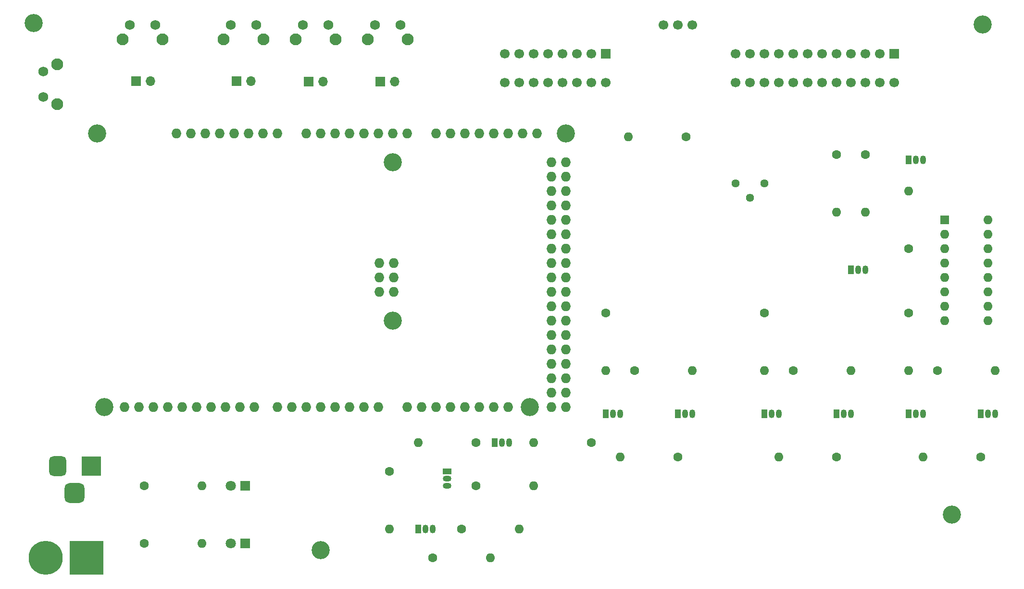
<source format=gbr>
%TF.GenerationSoftware,KiCad,Pcbnew,(6.0.1)*%
%TF.CreationDate,2022-11-01T11:59:45+11:00*%
%TF.ProjectId,IS250 Interface Board,49533235-3020-4496-9e74-657266616365,rev?*%
%TF.SameCoordinates,Original*%
%TF.FileFunction,Soldermask,Bot*%
%TF.FilePolarity,Negative*%
%FSLAX46Y46*%
G04 Gerber Fmt 4.6, Leading zero omitted, Abs format (unit mm)*
G04 Created by KiCad (PCBNEW (6.0.1)) date 2022-11-01 11:59:45*
%MOMM*%
%LPD*%
G01*
G04 APERTURE LIST*
G04 Aperture macros list*
%AMRoundRect*
0 Rectangle with rounded corners*
0 $1 Rounding radius*
0 $2 $3 $4 $5 $6 $7 $8 $9 X,Y pos of 4 corners*
0 Add a 4 corners polygon primitive as box body*
4,1,4,$2,$3,$4,$5,$6,$7,$8,$9,$2,$3,0*
0 Add four circle primitives for the rounded corners*
1,1,$1+$1,$2,$3*
1,1,$1+$1,$4,$5*
1,1,$1+$1,$6,$7*
1,1,$1+$1,$8,$9*
0 Add four rect primitives between the rounded corners*
20,1,$1+$1,$2,$3,$4,$5,0*
20,1,$1+$1,$4,$5,$6,$7,0*
20,1,$1+$1,$6,$7,$8,$9,0*
20,1,$1+$1,$8,$9,$2,$3,0*%
G04 Aperture macros list end*
%ADD10C,3.200000*%
%ADD11R,1.050000X1.500000*%
%ADD12O,1.050000X1.500000*%
%ADD13C,1.600000*%
%ADD14O,1.600000X1.600000*%
%ADD15C,1.440000*%
%ADD16C,6.000000*%
%ADD17R,6.000000X6.000000*%
%ADD18R,1.700000X1.700000*%
%ADD19C,1.700000*%
%ADD20C,2.100000*%
%ADD21C,1.750000*%
%ADD22O,1.700000X1.700000*%
%ADD23R,1.500000X1.050000*%
%ADD24O,1.500000X1.050000*%
%ADD25R,1.800000X1.800000*%
%ADD26C,1.800000*%
%ADD27R,3.500000X3.500000*%
%ADD28RoundRect,0.750000X-0.750000X-1.000000X0.750000X-1.000000X0.750000X1.000000X-0.750000X1.000000X0*%
%ADD29RoundRect,0.875000X-0.875000X-0.875000X0.875000X-0.875000X0.875000X0.875000X-0.875000X0.875000X0*%
%ADD30R,1.600000X1.600000*%
%ADD31O,1.727200X1.727200*%
G04 APERTURE END LIST*
D10*
%TO.C,REF\u002A\u002A*%
X69430000Y-45320000D03*
%TD*%
D11*
%TO.C,Q3*%
X137160000Y-134620000D03*
D12*
X138430000Y-134620000D03*
X139700000Y-134620000D03*
%TD*%
D10*
%TO.C,REF\u002A\u002A*%
X120010000Y-138280000D03*
%TD*%
D13*
%TO.C,R3*%
X132080000Y-124460000D03*
D14*
X132080000Y-134620000D03*
%TD*%
D11*
%TO.C,Q9*%
X182880000Y-114300000D03*
D12*
X184150000Y-114300000D03*
X185420000Y-114300000D03*
%TD*%
D15*
%TO.C,RV1*%
X193040000Y-73660000D03*
X195580000Y-76200000D03*
X198120000Y-73660000D03*
%TD*%
D13*
%TO.C,R16*%
X198120000Y-96520000D03*
D14*
X198120000Y-106680000D03*
%TD*%
D13*
%TO.C,R1*%
X223520000Y-96520000D03*
D14*
X223520000Y-106680000D03*
%TD*%
D13*
%TO.C,R6*%
X147320000Y-127000000D03*
D14*
X157480000Y-127000000D03*
%TD*%
D16*
%TO.C,J4*%
X71540000Y-139700000D03*
D17*
X78740000Y-139700000D03*
%TD*%
D13*
%TO.C,R8*%
X147320000Y-119380000D03*
D14*
X137160000Y-119380000D03*
%TD*%
D18*
%TO.C,J2*%
X170180000Y-50800000D03*
D19*
X167640000Y-50800000D03*
X165100000Y-50800000D03*
X162560000Y-50800000D03*
X160020000Y-50800000D03*
X157480000Y-50800000D03*
X154940000Y-50800000D03*
X152400000Y-50800000D03*
X170180000Y-55880000D03*
X167640000Y-55880000D03*
X165100000Y-55880000D03*
X162560000Y-55880000D03*
X160020000Y-55880000D03*
X157480000Y-55880000D03*
X154940000Y-55880000D03*
X152400000Y-55880000D03*
%TD*%
D11*
%TO.C,Q11*%
X210820000Y-114300000D03*
D12*
X212090000Y-114300000D03*
X213360000Y-114300000D03*
%TD*%
D20*
%TO.C,SW2*%
X92120000Y-48210000D03*
X85110000Y-48210000D03*
D21*
X86360000Y-45720000D03*
X90860000Y-45720000D03*
%TD*%
D13*
%TO.C,R14*%
X175260000Y-106680000D03*
D14*
X185420000Y-106680000D03*
%TD*%
D18*
%TO.C,J8*%
X130512000Y-55646600D03*
D22*
X133052000Y-55646600D03*
%TD*%
D18*
%TO.C,J5*%
X87494500Y-55588900D03*
D22*
X90034500Y-55588900D03*
%TD*%
D11*
%TO.C,Q5*%
X150680000Y-119380000D03*
D12*
X151950000Y-119380000D03*
X153220000Y-119380000D03*
%TD*%
D23*
%TO.C,Q4*%
X142240000Y-124460000D03*
D24*
X142240000Y-125730000D03*
X142240000Y-127000000D03*
%TD*%
D11*
%TO.C,Q10*%
X198120000Y-114300000D03*
D12*
X199390000Y-114300000D03*
X200660000Y-114300000D03*
%TD*%
D13*
%TO.C,R18*%
X210820000Y-121920000D03*
D14*
X200660000Y-121920000D03*
%TD*%
D13*
%TO.C,R9*%
X215900000Y-68580000D03*
D14*
X215900000Y-78740000D03*
%TD*%
D13*
%TO.C,R7*%
X167640000Y-119380000D03*
D14*
X157480000Y-119380000D03*
%TD*%
%TO.C,R19*%
X174160000Y-65395000D03*
D13*
X184320000Y-65395000D03*
%TD*%
D20*
%TO.C,SW6*%
X73610000Y-52660000D03*
X73610000Y-59670000D03*
D21*
X71120000Y-58420000D03*
X71120000Y-53920000D03*
%TD*%
D13*
%TO.C,R11*%
X236220000Y-121920000D03*
D14*
X226060000Y-121920000D03*
%TD*%
D13*
%TO.C,R15*%
X182880000Y-121920000D03*
D14*
X172720000Y-121920000D03*
%TD*%
D20*
%TO.C,SW5*%
X135300000Y-48210000D03*
X128290000Y-48210000D03*
D21*
X129540000Y-45720000D03*
X134040000Y-45720000D03*
%TD*%
D13*
%TO.C,R2*%
X228600000Y-106680000D03*
D14*
X238760000Y-106680000D03*
%TD*%
D13*
%TO.C,R20*%
X88900000Y-127000000D03*
D14*
X99060000Y-127000000D03*
%TD*%
D25*
%TO.C,D2*%
X106680000Y-137160000D03*
D26*
X104140000Y-137160000D03*
%TD*%
D19*
%TO.C,SW1*%
X180340000Y-45720000D03*
X182880000Y-45720000D03*
X185420000Y-45720000D03*
%TD*%
D27*
%TO.C,J3*%
X79660000Y-123502500D03*
D28*
X73660000Y-123502500D03*
D29*
X76660000Y-128202500D03*
%TD*%
D10*
%TO.C,REF\u002A\u002A*%
X231140000Y-132080000D03*
%TD*%
D13*
%TO.C,R4*%
X139700000Y-139700000D03*
D14*
X149860000Y-139700000D03*
%TD*%
D25*
%TO.C,D1*%
X106680000Y-127000000D03*
D26*
X104140000Y-127000000D03*
%TD*%
D13*
%TO.C,R12*%
X223520000Y-85105000D03*
D14*
X223520000Y-74945000D03*
%TD*%
D10*
%TO.C,REF\u002A\u002A*%
X236610000Y-45610000D03*
%TD*%
D30*
%TO.C,U2*%
X229880000Y-80025000D03*
D14*
X229880000Y-82565000D03*
X229880000Y-85105000D03*
X229880000Y-87645000D03*
X229880000Y-90185000D03*
X229880000Y-92725000D03*
X229880000Y-95265000D03*
X229880000Y-97805000D03*
X237500000Y-97805000D03*
X237500000Y-95265000D03*
X237500000Y-92725000D03*
X237500000Y-90185000D03*
X237500000Y-87645000D03*
X237500000Y-85105000D03*
X237500000Y-82565000D03*
X237500000Y-80025000D03*
%TD*%
D20*
%TO.C,SW4*%
X115590000Y-48210000D03*
X122600000Y-48210000D03*
D21*
X116840000Y-45720000D03*
X121340000Y-45720000D03*
%TD*%
D18*
%TO.C,J6*%
X105175100Y-55616000D03*
D22*
X107715100Y-55616000D03*
%TD*%
D13*
%TO.C,R13*%
X170180000Y-96520000D03*
D14*
X170180000Y-106680000D03*
%TD*%
D11*
%TO.C,Q7*%
X223520000Y-69515000D03*
D12*
X224790000Y-69515000D03*
X226060000Y-69515000D03*
%TD*%
D13*
%TO.C,R17*%
X203200000Y-106680000D03*
D14*
X213360000Y-106680000D03*
%TD*%
D18*
%TO.C,J7*%
X117870800Y-55675000D03*
D22*
X120410800Y-55675000D03*
%TD*%
D11*
%TO.C,Q6*%
X213360000Y-88900000D03*
D12*
X214630000Y-88900000D03*
X215900000Y-88900000D03*
%TD*%
D11*
%TO.C,Q1*%
X223520000Y-114300000D03*
D12*
X224790000Y-114300000D03*
X226060000Y-114300000D03*
%TD*%
D13*
%TO.C,R10*%
X210820000Y-68580000D03*
D14*
X210820000Y-78740000D03*
%TD*%
D20*
%TO.C,SW3*%
X102890000Y-48210000D03*
X109900000Y-48210000D03*
D21*
X104140000Y-45720000D03*
X108640000Y-45720000D03*
%TD*%
D11*
%TO.C,Q8*%
X170180000Y-114300000D03*
D12*
X171450000Y-114300000D03*
X172720000Y-114300000D03*
%TD*%
D11*
%TO.C,Q2*%
X236220000Y-114300000D03*
D12*
X237490000Y-114300000D03*
X238760000Y-114300000D03*
%TD*%
D18*
%TO.C,J1*%
X220980000Y-50800000D03*
D19*
X218440000Y-50800000D03*
X215900000Y-50800000D03*
X213360000Y-50800000D03*
X210820000Y-50800000D03*
X208280000Y-50800000D03*
X205740000Y-50800000D03*
X203200000Y-50800000D03*
X200660000Y-50800000D03*
X198120000Y-50800000D03*
X195580000Y-50800000D03*
X193040000Y-50800000D03*
X220980000Y-55880000D03*
X218440000Y-55880000D03*
X215900000Y-55880000D03*
X213360000Y-55880000D03*
X210820000Y-55880000D03*
X208280000Y-55880000D03*
X205740000Y-55880000D03*
X203200000Y-55880000D03*
X200660000Y-55880000D03*
X198120000Y-55880000D03*
X195580000Y-55880000D03*
X193040000Y-55880000D03*
%TD*%
D13*
%TO.C,R5*%
X144780000Y-134620000D03*
D14*
X154940000Y-134620000D03*
%TD*%
D13*
%TO.C,R21*%
X88900000Y-137160000D03*
D14*
X99060000Y-137160000D03*
%TD*%
D10*
%TO.C,XA1*%
X81915000Y-113117500D03*
X132715000Y-69937500D03*
X163195000Y-64857500D03*
D31*
X94615000Y-64857500D03*
D10*
X80645000Y-64857500D03*
X156845000Y-113117500D03*
X132715000Y-97877500D03*
D31*
X102235000Y-64857500D03*
X104775000Y-64857500D03*
X132842000Y-92797500D03*
X160655000Y-113117500D03*
X163195000Y-113117500D03*
X117475000Y-64857500D03*
X120015000Y-64857500D03*
X122555000Y-64857500D03*
X125095000Y-64857500D03*
X127635000Y-64857500D03*
X130175000Y-64857500D03*
X132715000Y-64857500D03*
X135255000Y-64857500D03*
X140335000Y-64857500D03*
X142875000Y-64857500D03*
X145415000Y-64857500D03*
X147955000Y-64857500D03*
X150495000Y-64857500D03*
X153035000Y-64857500D03*
X155575000Y-64857500D03*
X158115000Y-64857500D03*
X90551000Y-113117500D03*
X130175000Y-113117500D03*
X127635000Y-113117500D03*
X125095000Y-113117500D03*
X122555000Y-113117500D03*
X120015000Y-113117500D03*
X117475000Y-113117500D03*
X114935000Y-113117500D03*
X112395000Y-113117500D03*
X108331000Y-113117500D03*
X105791000Y-113117500D03*
X103251000Y-113117500D03*
X100711000Y-113117500D03*
X98171000Y-113117500D03*
X95631000Y-113117500D03*
X135255000Y-113117500D03*
X137795000Y-113117500D03*
X140335000Y-113117500D03*
X142875000Y-113117500D03*
X145415000Y-113117500D03*
X147955000Y-113117500D03*
X150495000Y-113117500D03*
X153035000Y-113117500D03*
X160655000Y-110577500D03*
X163195000Y-110577500D03*
X160655000Y-108037500D03*
X163195000Y-108037500D03*
X160655000Y-105497500D03*
X163195000Y-105497500D03*
X160655000Y-102957500D03*
X163195000Y-102957500D03*
X160655000Y-100417500D03*
X163195000Y-100417500D03*
X160655000Y-97877500D03*
X163195000Y-97877500D03*
X160655000Y-95337500D03*
X163195000Y-95337500D03*
X160655000Y-92797500D03*
X163195000Y-92797500D03*
X160655000Y-90257500D03*
X163195000Y-90257500D03*
X160655000Y-87717500D03*
X163195000Y-87717500D03*
X160655000Y-85177500D03*
X163195000Y-85177500D03*
X160655000Y-82637500D03*
X163195000Y-82637500D03*
X160655000Y-80097500D03*
X163195000Y-80097500D03*
X160655000Y-77557500D03*
X163195000Y-77557500D03*
X160655000Y-75017500D03*
X163195000Y-75017500D03*
X160655000Y-72477500D03*
X163195000Y-72477500D03*
X93091000Y-113117500D03*
X107315000Y-64857500D03*
X109855000Y-64857500D03*
X132842000Y-87717500D03*
X160655000Y-69937500D03*
X163195000Y-69937500D03*
X97155000Y-64857500D03*
X130302000Y-92797500D03*
X132842000Y-90257500D03*
X99695000Y-64857500D03*
X130302000Y-87717500D03*
X130302000Y-90257500D03*
X85471000Y-113117500D03*
X88011000Y-113117500D03*
X112395000Y-64857500D03*
%TD*%
M02*

</source>
